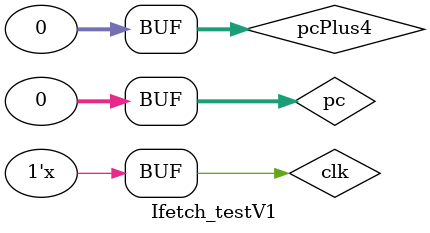
<source format=sv>
module Ifetch_testV1;
logic clk;
logic [31:0] pc,pcPlus4,instr;
logic [4:0] OPcode;
logic [2:0] ALUop;
logic [4:0] Rs1,Rs2,Rd;
logic [15:0] Imm;
logic [26:0] Address;

syncRegister PC_REG (clk, 1'b0, pcPlus4, pc);
add4 pcP4 (pc,pcPlus4);
instruction_mem Instr (pc, instr);
Fetch_Reg fetch_reg (clk, 1'b0, instr, OPcode,ALUop,Rs1,Rs2,Rd,Imm,Address);


	initial begin
		clk = 0;
		
		pc = 0;
		pcPlus4 = 0;	
	end 
	
always
		#10 clk <= !clk;
		
endmodule

</source>
